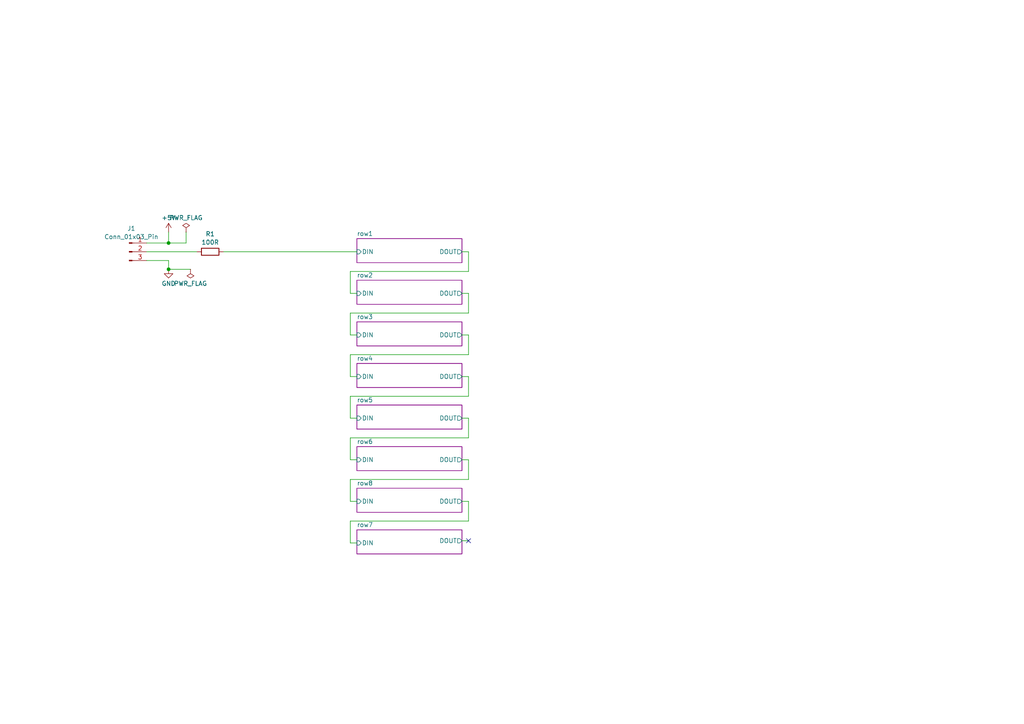
<source format=kicad_sch>
(kicad_sch (version 20231120) (generator "eeschema") (generator_version "8.0")
  (paper "A4")
  (lib_symbols
    (symbol "Connector:Conn_01x03_Pin" (pin_names (offset 1.016) hide)
      (property "Reference" "J" (at 0 5.08 0))
      (property "Value" "Conn_01x03_Pin" (at 0 -5.08 0))
      (symbol "Conn_01x03_Pin_1_1"
        (polyline (pts (xy 1.27 -2.54) (xy 0.8636 -2.54)) (stroke (width 0.1524)))
        (polyline (pts (xy 1.27 0) (xy 0.8636 0)) (stroke (width 0.1524)))
        (polyline (pts (xy 1.27 2.54) (xy 0.8636 2.54)) (stroke (width 0.1524)))
        (rectangle (start 0.8636 -2.413) (end 0 -2.667) (stroke (width 0.1524)) (fill (type outline)))
        (rectangle (start 0.8636 0.127) (end 0 -0.127) (stroke (width 0.1524)) (fill (type outline)))
        (rectangle (start 0.8636 2.667) (end 0 2.413) (stroke (width 0.1524)) (fill (type outline)))
        (pin passive line (at 5.08 2.54 180) (length 3.81) (name "Pin_1") (number "1"))
        (pin passive line (at 5.08 0 180) (length 3.81) (name "Pin_2") (number "2"))
        (pin passive line (at 5.08 -2.54 180) (length 3.81) (name "Pin_3") (number "3"))
      )
    )
    (symbol "Device:R" (pin_numbers hide) (pin_names (offset 0))
      (property "Reference" "R" (at 2.032 0 90))
      (property "Value" "R" (at 0 0 90))
      (symbol "R_0_1"
        (rectangle (start -1.016 -2.54) (end 1.016 2.54) (stroke (width 0.254)))
      )
      (symbol "R_1_1"
        (pin passive line (at 0 3.81 270) (length 1.27) (name "~") (number "1"))
        (pin passive line (at 0 -3.81 90) (length 1.27) (name "~") (number "2"))
      )
    )
    (symbol "power:+5V" (power) (pin_names (offset 0))
      (property "Value" "+5V" (at 0 3.556 0))
      (symbol "+5V_0_1"
        (polyline (pts (xy -0.762 1.27) (xy 0 2.54)))
        (polyline (pts (xy 0 0) (xy 0 2.54)))
        (polyline (pts (xy 0 2.54) (xy 0.762 1.27)))
      )
      (symbol "+5V_1_1"
        (pin power_in line (at 0 0 90) (length 0) hide (name "+5V") (number "1"))
      )
    )
    (symbol "power:GND" (power) (pin_names (offset 0))
      (property "Value" "GND" (at 0 -3.81 0))
      (symbol "GND_0_1"
        (polyline (pts (xy 0 0) (xy 0 -1.27) (xy 1.27 -1.27) (xy 0 -2.54) (xy -1.27 -1.27) (xy 0 -1.27)))
      )
      (symbol "GND_1_1"
        (pin power_in line (at 0 0 270) (length 0) hide (name "GND") (number "1"))
      )
    )
    (symbol "power:PWR_FLAG" (power) (pin_numbers hide) (pin_names (offset 0) hide)
      (property "Value" "PWR_FLAG" (at 0 3.81 0))
      (symbol "PWR_FLAG_0_0"
        (pin power_out line (at 0 0 90) (length 0) (name "pwr") (number "1"))
      )
      (symbol "PWR_FLAG_0_1"
        (polyline (pts (xy 0 0) (xy 0 1.27) (xy -1.016 1.905) (xy 0 2.54) (xy 1.016 1.905) (xy 0 1.27)))
      )
    )
  )
  (junction (at 48.895 78.105))
  (junction (at 48.895 70.485))
  (no_connect (at 135.89 156.845))
  (wire (pts (xy 42.545 73.025) (xy 57.15 73.025)))
  (wire (pts (xy 101.6 85.09) (xy 103.505 85.09)))
  (wire (pts (xy 133.985 109.22) (xy 135.89 109.22)))
  (wire (pts (xy 133.985 145.415) (xy 135.89 145.415)))
  (wire (pts (xy 101.6 133.35) (xy 103.505 133.35)))
  (wire (pts (xy 135.89 145.415) (xy 135.89 151.13)))
  (wire (pts (xy 48.895 78.105) (xy 55.245 78.105)))
  (wire (pts (xy 135.89 85.09) (xy 135.89 90.805)))
  (wire (pts (xy 135.89 73.025) (xy 135.89 78.74)))
  (wire (pts (xy 101.6 90.805) (xy 101.6 97.155)))
  (wire (pts (xy 101.6 139.065) (xy 101.6 145.415)))
  (wire (pts (xy 135.89 102.87) (xy 101.6 102.87)))
  (wire (pts (xy 135.89 109.22) (xy 135.89 114.935)))
  (wire (pts (xy 135.89 114.935) (xy 101.6 114.935)))
  (wire (pts (xy 101.6 157.48) (xy 103.505 157.48)))
  (wire (pts (xy 135.89 90.805) (xy 101.6 90.805)))
  (wire (pts (xy 101.6 127) (xy 101.6 133.35)))
  (wire (pts (xy 135.89 127) (xy 101.6 127)))
  (wire (pts (xy 48.895 75.565) (xy 48.895 78.105)))
  (wire (pts (xy 135.89 121.285) (xy 135.89 127)))
  (wire (pts (xy 133.985 133.35) (xy 135.89 133.35)))
  (wire (pts (xy 53.975 70.485) (xy 48.895 70.485)))
  (wire (pts (xy 101.6 151.13) (xy 101.6 157.48)))
  (wire (pts (xy 135.89 151.13) (xy 101.6 151.13)))
  (wire (pts (xy 135.89 133.35) (xy 135.89 139.065)))
  (wire (pts (xy 53.975 67.31) (xy 53.975 70.485)))
  (wire (pts (xy 101.6 145.415) (xy 103.505 145.415)))
  (wire (pts (xy 133.985 85.09) (xy 135.89 85.09)))
  (wire (pts (xy 42.545 75.565) (xy 48.895 75.565)))
  (wire (pts (xy 133.985 97.155) (xy 135.89 97.155)))
  (wire (pts (xy 133.985 121.285) (xy 135.89 121.285)))
  (wire (pts (xy 101.6 97.155) (xy 103.505 97.155)))
  (wire (pts (xy 101.6 102.87) (xy 101.6 109.22)))
  (wire (pts (xy 48.895 70.485) (xy 48.895 67.31)))
  (wire (pts (xy 101.6 121.285) (xy 103.505 121.285)))
  (wire (pts (xy 64.77 73.025) (xy 103.505 73.025)))
  (wire (pts (xy 135.89 97.155) (xy 135.89 102.87)))
  (wire (pts (xy 101.6 114.935) (xy 101.6 121.285)))
  (wire (pts (xy 101.6 78.74) (xy 101.6 85.09)))
  (wire (pts (xy 133.985 156.845) (xy 135.89 156.845)))
  (wire (pts (xy 101.6 109.22) (xy 103.505 109.22)))
  (wire (pts (xy 42.545 70.485) (xy 48.895 70.485)))
  (wire (pts (xy 133.985 73.025) (xy 135.89 73.025)))
  (wire (pts (xy 135.89 78.74) (xy 101.6 78.74)))
  (wire (pts (xy 135.89 139.065) (xy 101.6 139.065)))
  (symbol (lib_id "power:PWR_FLAG") (at 55.245 78.105 180) (unit 1)
    (property "Reference" "#FLG02" (effects (hide yes)))
    (property "Value" "PWR_FLAG" (at 55.245 82.2381 0))
  )
  (symbol (lib_id "Device:R") (at 60.96 73.025 90) (unit 1)
    (property "Reference" "R1" (at 60.96 67.8647 90))
    (property "Value" "100R" (at 60.96 70.2889 90))
    (property "Footprint" "Resistor_SMD:R_0603_1608Metric" (effects (hide yes)))
  )
  (symbol (lib_id "Connector:Conn_01x03_Pin") (at 37.465 73.025 0) (unit 1)
    (property "Reference" "J1" (at 38.1 66.2645 0))
    (property "Value" "Conn_01x03_Pin" (at 38.1 68.6887 0))
    (property "Footprint" "Connector_PinHeader_2.54mm:PinHeader_1x03_P2.54mm_Vertical" (effects (hide yes)))
  )
  (symbol (lib_id "power:GND") (at 48.895 78.105 0) (unit 1)
    (property "Reference" "#PWR02" (effects (hide yes)))
    (property "Value" "GND" (at 48.895 82.2381 0))
  )
  (symbol (lib_id "power:PWR_FLAG") (at 53.975 67.31 0) (unit 1)
    (property "Reference" "#FLG01" (effects (hide yes)))
    (property "Value" "PWR_FLAG" (at 53.975 63.1769 0))
  )
  (symbol (lib_id "power:+5V") (at 48.895 67.31 0) (unit 1)
    (property "Reference" "#PWR01" (effects (hide yes)))
    (property "Value" "+5V" (at 48.895 63.1769 0))
  )
  (sheet (at 103.505 93.345) (size 30.48 6.985) (stroke (width 0.1524) (color 132 0 132 1)) (fill (color 255 255 255 0.0000))
    (property "Sheetname" "row3" (at 103.505 92.6334 0) (effects (justify left bottom)))
    (property "Sheetfile" "row.kicad_sch" (effects (hide yes)))
    (pin "DOUT" output (at 133.985 97.155 0))
    (pin "DIN" input (at 103.505 97.155 180))
  )
  (sheet (at 103.505 129.54) (size 30.48 6.985) (stroke (width 0.1524) (color 132 0 132 1)) (fill (color 255 255 255 0.0000))
    (property "Sheetname" "row6" (at 103.505 128.8284 0) (effects (justify left bottom)))
    (property "Sheetfile" "row.kicad_sch" (effects (hide yes)))
    (pin "DOUT" output (at 133.985 133.35 0))
    (pin "DIN" input (at 103.505 133.35 180))
  )
  (sheet (at 103.505 141.605) (size 30.48 6.985) (stroke (width 0.1524) (color 132 0 132 1)) (fill (color 255 255 255 0.0000))
    (property "Sheetname" "row8" (at 103.505 140.8934 0) (effects (justify left bottom)))
    (property "Sheetfile" "row.kicad_sch" (effects (hide yes)))
    (pin "DOUT" output (at 133.985 145.415 0))
    (pin "DIN" input (at 103.505 145.415 180))
  )
  (sheet (at 103.505 153.67) (size 30.48 6.985) (stroke (width 0.1524) (color 132 0 132 1)) (fill (color 255 255 255 0.0000))
    (property "Sheetname" "row7" (at 103.505 152.9584 0) (effects (justify left bottom)))
    (property "Sheetfile" "row.kicad_sch" (effects (hide yes)))
    (pin "DIN" input (at 103.505 157.48 180))
    (pin "DOUT" output (at 133.985 156.845 0))
  )
  (sheet (at 103.505 117.475) (size 30.48 6.985) (stroke (width 0.1524) (color 132 0 132 1)) (fill (color 255 255 255 0.0000))
    (property "Sheetname" "row5" (at 103.505 116.7634 0) (effects (justify left bottom)))
    (property "Sheetfile" "row.kicad_sch" (effects (hide yes)))
    (pin "DOUT" output (at 133.985 121.285 0))
    (pin "DIN" input (at 103.505 121.285 180))
  )
  (sheet (at 103.505 81.28) (size 30.48 6.985) (stroke (width 0.1524) (color 132 0 132 1)) (fill (color 255 255 255 0.0000))
    (property "Sheetname" "row2" (at 103.505 80.5684 0) (effects (justify left bottom)))
    (property "Sheetfile" "row.kicad_sch" (effects (hide yes)))
    (pin "DOUT" output (at 133.985 85.09 0))
    (pin "DIN" input (at 103.505 85.09 180))
  )
  (sheet (at 103.505 69.215) (size 30.48 6.985) (stroke (width 0.1524) (color 132 0 132 1)) (fill (color 255 255 255 0.0000))
    (property "Sheetname" "row1" (at 103.505 68.5034 0) (effects (justify left bottom)))
    (property "Sheetfile" "row.kicad_sch" (effects (hide yes)))
    (pin "DOUT" output (at 133.985 73.025 0))
    (pin "DIN" input (at 103.505 73.025 180))
  )
  (sheet (at 103.505 105.41) (size 30.48 6.985) (stroke (width 0.1524) (color 132 0 132 1)) (fill (color 255 255 255 0.0000))
    (property "Sheetname" "row4" (at 103.505 104.6984 0) (effects (justify left bottom)))
    (property "Sheetfile" "row.kicad_sch" (effects (hide yes)))
    (pin "DOUT" output (at 133.985 109.22 0))
    (pin "DIN" input (at 103.505 109.22 180))
  )
)
</source>
